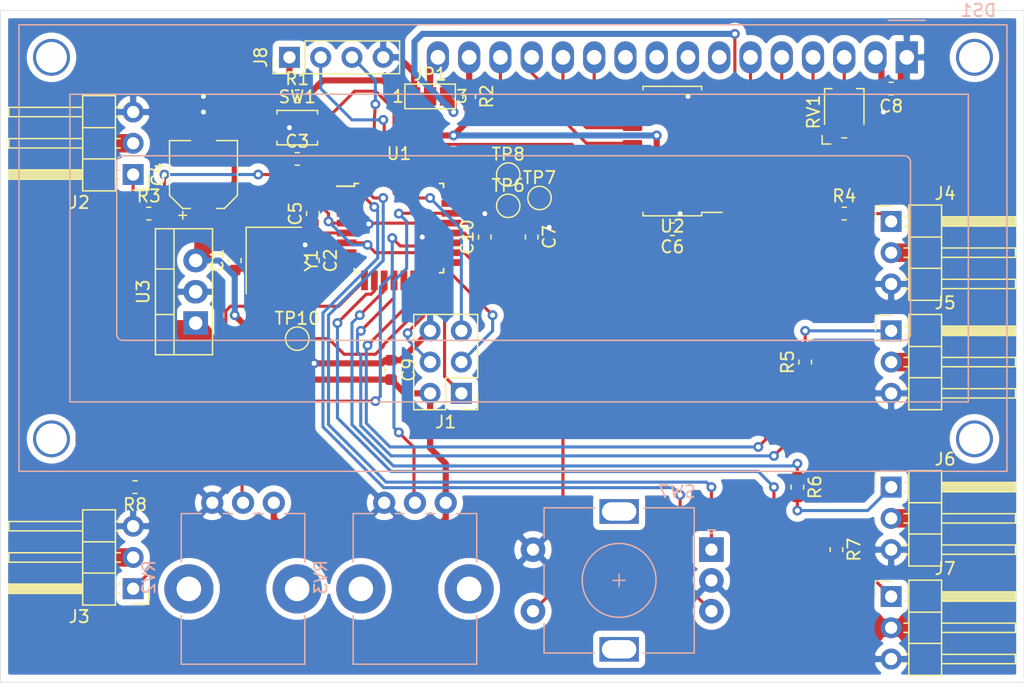
<source format=kicad_pcb>
(kicad_pcb (version 20171130) (host pcbnew "(5.1.8)-1")
  (layers (0 F.Cu signal) (31 B.Cu signal) (34 B.Paste user) (35 F.Paste user) (36 B.SilkS user) (37 F.SilkS user hide) (38 B.Mask user) (39 F.Mask user) (44 Edge.Cuts user))
  (net 0 "")
  (net 1 "Net-(C1-Pad2)")
  (net 2 GND)
  (net 3 "Net-(C2-Pad2)")
  (net 4 VCC)
  (net 5 /Reset)
  (net 6 /MOSI)
  (net 7 /SCK)
  (net 8 /MISO)
  (net 9 /GPB1)
  (net 10 /GPB2)
  (net 11 /GPB3)
  (net 12 /GPB4)
  (net 13 "Net-(DS1-Pad10)")
  (net 14 "Net-(DS1-Pad9)")
  (net 15 "Net-(DS1-Pad8)")
  (net 16 "Net-(DS1-Pad7)")
  (net 17 /GPB5)
  (net 18 /GPB6)
  (net 19 /GPB7)
  (net 20 "Net-(DS1-Pad3)")
  (net 21 /GPB0)
  (net 22 /SCL)
  (net 23 /SDA)
  (net 24 "Net-(RV2-Pad2)")
  (net 25 "Net-(RV3-Pad2)")
  (net 26 /D2)
  (net 27 /D1_TxD)
  (net 28 /D0_RxD)
  (net 29 /A3)
  (net 30 /A2)
  (net 31 /A1)
  (net 32 /A0)
  (net 33 /D10)
  (net 34 /D9)
  (net 35 /D8)
  (net 36 /D7)
  (net 37 /D6)
  (net 38 /D5)
  (net 39 /D4)
  (net 40 /D3)
  (net 41 +VDC)
  (net 42 "Net-(J2-Pad1)")
  (net 43 "Net-(J3-Pad1)")
  (net 44 "Net-(J4-Pad1)")
  (net 45 "Net-(J5-Pad1)")
  (net 46 "Net-(J6-Pad1)")
  (net 47 "Net-(J7-Pad1)")
  (net 48 "Net-(C10-Pad1)")
  (net 49 "Net-(DS1-Pad16)")
  (net 50 "Net-(U2-Pad13)")
  (net 51 "Net-(U2-Pad3)")
  (net 52 "Net-(U2-Pad2)")
  (net 53 "Net-(U2-Pad1)")
  (net 54 "Net-(DS1-Pad15)")
  (module Jumper:SolderJumper-3_P1.3mm_Bridged12_Pad1.0x1.5mm_NumberLabels (layer F.Cu) (at 139.7 78.74)
    (fp_text reference JP1 (at 0 -1.8) (layer F.SilkS))
    (fp_text value Disp_On)
    (fp_text user 1 (at -2.6 0) (layer F.SilkS))
    (fp_text user 3 (at 2.6 0) (layer F.SilkS))
    (fp_poly (pts (xy -0.9 -0.3) (xy -0.4 -0.3) (xy -0.4 0.3) (xy -0.9 0.3)) (layer F.Cu) (width 0))
    (pad 2 smd rect (at 0 0) (size 1 1.5) (layers F.Cu F.Mask) (net 49 "Net-(DS1-Pad16)"))
    (pad 3 smd rect (at 1.3 0) (size 1 1.5) (layers F.Cu F.Mask) (net 11 /GPB3))
    (pad 1 smd rect (at -1.3 0) (size 1 1.5) (layers F.Cu F.Mask) (net 2 GND))
  )
  (module Zielke:RotaryEncoder_Alps_EC11E-Switch_Vertical_H20mm (layer B.Cu) (at 162.56 115.57 180)
    (fp_text reference SW7 (at 2.8 4.7) (layer B.SilkS) (effects (justify mirror)))
    (fp_text value Rotary_Encoder_Switch)
    (pad S1 thru_hole circle (at 14.5 -5 180) (size 2 2) (drill 1) (layers *.Cu *.Mask) (net 29 /A3))
    (pad S2 thru_hole circle (at 14.5 0 180) (size 2 2) (drill 1) (layers *.Cu *.Mask) (net 2 GND))
    (pad MP thru_hole rect (at 7.5 -8.1 180) (size 3.2 2) (drill oval 2.8 1.5) (layers *.Cu *.Mask))
    (pad MP thru_hole rect (at 7.5 3.1 180) (size 3.2 2) (drill oval 2.8 1.5) (layers *.Cu *.Mask))
    (pad B thru_hole circle (at 0 -5 180) (size 2 2) (drill 1) (layers *.Cu *.Mask) (net 40 /D3))
    (pad C thru_hole circle (at 0 -2.5 180) (size 2 2) (drill 1) (layers *.Cu *.Mask) (net 2 GND))
    (pad A thru_hole rect (at 0 0 180) (size 2 2) (drill 1) (layers *.Cu *.Mask) (net 26 /D2))
  )
  (module Display:WC1602A (layer B.Cu) (at 178.435 75.565 180)
    (fp_text reference DS1 (at -5.82 3.81) (layer B.SilkS) (effects (justify mirror)))
    (fp_text value WC1602A)
    (pad "" thru_hole circle (at 69.5 0 180) (size 3 3) (drill 2.5) (layers *.Cu *.Mask))
    (pad "" thru_hole circle (at 69.49948 -31.0007 180) (size 3 3) (drill 2.5) (layers *.Cu *.Mask))
    (pad "" thru_hole circle (at -5.4991 -31.0007 180) (size 3 3) (drill 2.5) (layers *.Cu *.Mask))
    (pad "" thru_hole circle (at -5.4991 0 180) (size 3 3) (drill 2.5) (layers *.Cu *.Mask))
    (pad 16 thru_hole oval (at 38.1 0 180) (size 1.8 2.6) (drill 1.2) (layers *.Cu *.Mask) (net 49 "Net-(DS1-Pad16)"))
    (pad 15 thru_hole oval (at 35.56 0 180) (size 1.8 2.6) (drill 1.2) (layers *.Cu *.Mask) (net 54 "Net-(DS1-Pad15)"))
    (pad 14 thru_hole oval (at 33.02 0 180) (size 1.8 2.6) (drill 1.2) (layers *.Cu *.Mask) (net 19 /GPB7))
    (pad 13 thru_hole oval (at 30.48 0 180) (size 1.8 2.6) (drill 1.2) (layers *.Cu *.Mask) (net 18 /GPB6))
    (pad 12 thru_hole oval (at 27.94 0 180) (size 1.8 2.6) (drill 1.2) (layers *.Cu *.Mask) (net 17 /GPB5))
    (pad 11 thru_hole oval (at 25.4 0 180) (size 1.8 2.6) (drill 1.2) (layers *.Cu *.Mask) (net 12 /GPB4))
    (pad 10 thru_hole oval (at 22.86 0 180) (size 1.8 2.6) (drill 1.2) (layers *.Cu *.Mask) (net 13 "Net-(DS1-Pad10)"))
    (pad 9 thru_hole oval (at 20.32 0 180) (size 1.8 2.6) (drill 1.2) (layers *.Cu *.Mask) (net 14 "Net-(DS1-Pad9)"))
    (pad 8 thru_hole oval (at 17.78 0 180) (size 1.8 2.6) (drill 1.2) (layers *.Cu *.Mask) (net 15 "Net-(DS1-Pad8)"))
    (pad 7 thru_hole oval (at 15.24 0 180) (size 1.8 2.6) (drill 1.2) (layers *.Cu *.Mask) (net 16 "Net-(DS1-Pad7)"))
    (pad 6 thru_hole oval (at 12.7 0 180) (size 1.8 2.6) (drill 1.2) (layers *.Cu *.Mask) (net 10 /GPB2))
    (pad 5 thru_hole oval (at 10.16 0 180) (size 1.8 2.6) (drill 1.2) (layers *.Cu *.Mask) (net 9 /GPB1))
    (pad 4 thru_hole oval (at 7.62 0 180) (size 1.8 2.6) (drill 1.2) (layers *.Cu *.Mask) (net 21 /GPB0))
    (pad 3 thru_hole oval (at 5.08 0 180) (size 1.8 2.6) (drill 1.2) (layers *.Cu *.Mask) (net 20 "Net-(DS1-Pad3)"))
    (pad 2 thru_hole oval (at 2.54 0 180) (size 1.8 2.6) (drill 1.2) (layers *.Cu *.Mask) (net 4 VCC))
    (pad 1 thru_hole rect (at 0 0 180) (size 1.8 2.6) (drill 1.2) (layers *.Cu *.Mask) (net 2 GND))
  )
  (module Package_SO:SOIC-16_4.55x10.3mm_P1.27mm (layer F.Cu) (at 159.385 83.185 180)
    (fp_text reference U2 (at 0 -6.1) (layer F.SilkS))
    (fp_text value PCF8574)
    (pad 16 smd roundrect (at 3.25 -4.445 180) (size 1.6 0.55) (layers F.Cu F.Paste F.Mask) (net 4 VCC))
    (pad 15 smd roundrect (at 3.25 -3.175 180) (size 1.6 0.55) (layers F.Cu F.Paste F.Mask) (net 23 /SDA))
    (pad 14 smd roundrect (at 3.25 -1.905 180) (size 1.6 0.55) (layers F.Cu F.Paste F.Mask) (net 22 /SCL))
    (pad 13 smd roundrect (at 3.25 -0.635 180) (size 1.6 0.55) (layers F.Cu F.Paste F.Mask) (net 50 "Net-(U2-Pad13)"))
    (pad 12 smd roundrect (at 3.25 0.635 180) (size 1.6 0.55) (layers F.Cu F.Paste F.Mask) (net 19 /GPB7))
    (pad 11 smd roundrect (at 3.25 1.905 180) (size 1.6 0.55) (layers F.Cu F.Paste F.Mask) (net 18 /GPB6))
    (pad 10 smd roundrect (at 3.25 3.175 180) (size 1.6 0.55) (layers F.Cu F.Paste F.Mask) (net 17 /GPB5))
    (pad 9 smd roundrect (at 3.25 4.445 180) (size 1.6 0.55) (layers F.Cu F.Paste F.Mask) (net 12 /GPB4))
    (pad 8 smd roundrect (at -3.25 4.445 180) (size 1.6 0.55) (layers F.Cu F.Paste F.Mask) (net 2 GND))
    (pad 7 smd roundrect (at -3.25 3.175 180) (size 1.6 0.55) (layers F.Cu F.Paste F.Mask) (net 11 /GPB3))
    (pad 6 smd roundrect (at -3.25 1.905 180) (size 1.6 0.55) (layers F.Cu F.Paste F.Mask) (net 10 /GPB2))
    (pad 5 smd roundrect (at -3.25 0.635 180) (size 1.6 0.55) (layers F.Cu F.Paste F.Mask) (net 9 /GPB1))
    (pad 4 smd roundrect (at -3.25 -0.635 180) (size 1.6 0.55) (layers F.Cu F.Paste F.Mask) (net 21 /GPB0))
    (pad 3 smd roundrect (at -3.25 -1.905 180) (size 1.6 0.55) (layers F.Cu F.Paste F.Mask) (net 51 "Net-(U2-Pad3)"))
    (pad 2 smd roundrect (at -3.25 -3.175 180) (size 1.6 0.55) (layers F.Cu F.Paste F.Mask) (net 52 "Net-(U2-Pad2)"))
    (pad 1 smd roundrect (at -3.25 -4.445 180) (size 1.6 0.55) (layers F.Cu F.Paste F.Mask) (net 53 "Net-(U2-Pad1)"))
  )
  (module Connector_PinHeader_2.54mm:PinHeader_1x04_P2.54mm_Vertical (layer F.Cu) (at 128.27 75.565 90)
    (fp_text reference J8 (at 0 -2.33 90) (layer F.SilkS))
    (fp_text value Conn_01x04)
    (pad 4 thru_hole oval (at 0 7.62 90) (size 1.7 1.7) (drill 1) (layers *.Cu *.Mask) (net 2 GND))
    (pad 3 thru_hole oval (at 0 5.08 90) (size 1.7 1.7) (drill 1) (layers *.Cu *.Mask) (net 27 /D1_TxD))
    (pad 2 thru_hole oval (at 0 2.54 90) (size 1.7 1.7) (drill 1) (layers *.Cu *.Mask) (net 28 /D0_RxD))
    (pad 1 thru_hole rect (at 0 0 90) (size 1.7 1.7) (drill 1) (layers *.Cu *.Mask) (net 4 VCC))
  )
  (module TestPoint:TestPoint_Pad_D1.5mm (layer F.Cu) (at 128.905 98.425)
    (fp_text reference TP10 (at 0 -1.648) (layer F.SilkS))
    (fp_text value TestPoint)
    (pad 1 smd circle (at 0 0) (size 1.5 1.5) (layers F.Cu F.Mask) (net 33 /D10))
  )
  (module TestPoint:TestPoint_Pad_D1.5mm (layer F.Cu) (at 146.05 85.09)
    (fp_text reference TP8 (at 0 -1.648) (layer F.SilkS))
    (fp_text value TestPoint)
    (pad 1 smd circle (at 0 0) (size 1.5 1.5) (layers F.Cu F.Mask) (net 30 /A2))
  )
  (module TestPoint:TestPoint_Pad_D1.5mm (layer F.Cu) (at 148.59 86.995)
    (fp_text reference TP7 (at 0 -1.648) (layer F.SilkS))
    (fp_text value TestPoint)
    (pad 1 smd circle (at 0 0) (size 1.5 1.5) (layers F.Cu F.Mask) (net 31 /A1))
  )
  (module TestPoint:TestPoint_Pad_D1.5mm (layer F.Cu) (at 146.05 87.63)
    (fp_text reference TP6 (at 0 -1.648) (layer F.SilkS))
    (fp_text value TestPoint)
    (pad 1 smd circle (at 0 0) (size 1.5 1.5) (layers F.Cu F.Mask) (net 32 /A0))
  )
  (module Capacitor_SMD:C_0603_1608Metric (layer F.Cu) (at 144.145 90.17 90)
    (fp_text reference C10 (at 0 -1.43 90) (layer F.SilkS))
    (fp_text value 100n)
    (pad 2 smd roundrect (at 0.7875 0 90) (size 0.875 0.95) (layers F.Cu F.Paste F.Mask) (net 2 GND))
    (pad 1 smd roundrect (at -0.7875 0 90) (size 0.875 0.95) (layers F.Cu F.Paste F.Mask) (net 48 "Net-(C10-Pad1)"))
  )
  (module Resistor_SMD:R_0603_1608Metric (layer F.Cu) (at 115.7225 110.49 180)
    (fp_text reference R8 (at 0 -1.43) (layer F.SilkS))
    (fp_text value 4R7)
    (pad 2 smd roundrect (at 0.7875 0 180) (size 0.875 0.95) (layers F.Cu F.Paste F.Mask) (net 43 "Net-(J3-Pad1)"))
    (pad 1 smd roundrect (at -0.7875 0 180) (size 0.875 0.95) (layers F.Cu F.Paste F.Mask) (net 38 /D5))
  )
  (module Resistor_SMD:R_0603_1608Metric (layer F.Cu) (at 172.72 115.57 270)
    (fp_text reference R7 (at 0 -1.43 90) (layer F.SilkS))
    (fp_text value 4R7)
    (pad 2 smd roundrect (at 0.7875 0 270) (size 0.875 0.95) (layers F.Cu F.Paste F.Mask) (net 47 "Net-(J7-Pad1)"))
    (pad 1 smd roundrect (at -0.7875 0 270) (size 0.875 0.95) (layers F.Cu F.Paste F.Mask) (net 37 /D6))
  )
  (module Resistor_SMD:R_0603_1608Metric (layer F.Cu) (at 169.545 110.49 270)
    (fp_text reference R6 (at 0 -1.43 90) (layer F.SilkS))
    (fp_text value 4R7)
    (pad 2 smd roundrect (at 0.7875 0 270) (size 0.875 0.95) (layers F.Cu F.Paste F.Mask) (net 46 "Net-(J6-Pad1)"))
    (pad 1 smd roundrect (at -0.7875 0 270) (size 0.875 0.95) (layers F.Cu F.Paste F.Mask) (net 36 /D7))
  )
  (module Resistor_SMD:R_0603_1608Metric (layer F.Cu) (at 170.18 100.33 90)
    (fp_text reference R5 (at 0 -1.43 90) (layer F.SilkS))
    (fp_text value 4R7)
    (pad 2 smd roundrect (at 0.7875 0 90) (size 0.875 0.95) (layers F.Cu F.Paste F.Mask) (net 45 "Net-(J5-Pad1)"))
    (pad 1 smd roundrect (at -0.7875 0 90) (size 0.875 0.95) (layers F.Cu F.Paste F.Mask) (net 35 /D8))
  )
  (module Resistor_SMD:R_0603_1608Metric (layer F.Cu) (at 173.355 88.265)
    (fp_text reference R4 (at 0 -1.43) (layer F.SilkS))
    (fp_text value 4R7)
    (pad 2 smd roundrect (at 0.7875 0) (size 0.875 0.95) (layers F.Cu F.Paste F.Mask) (net 44 "Net-(J4-Pad1)"))
    (pad 1 smd roundrect (at -0.7875 0) (size 0.875 0.95) (layers F.Cu F.Paste F.Mask) (net 34 /D9))
  )
  (module Resistor_SMD:R_0603_1608Metric (layer F.Cu) (at 116.84 88.265)
    (fp_text reference R3 (at 0 -1.43) (layer F.SilkS))
    (fp_text value 100R)
    (pad 2 smd roundrect (at 0.7875 0) (size 0.875 0.95) (layers F.Cu F.Paste F.Mask) (net 39 /D4))
    (pad 1 smd roundrect (at -0.7875 0) (size 0.875 0.95) (layers F.Cu F.Paste F.Mask) (net 42 "Net-(J2-Pad1)"))
  )
  (module Package_TO_SOT_THT:TO-220-3_Vertical (layer F.Cu) (at 120.65 97.155 90)
    (fp_text reference U3 (at 2.54 -4.27 90) (layer F.SilkS))
    (fp_text value LM7805_TO220)
    (pad 3 thru_hole oval (at 5.08 0 90) (size 1.905 2) (drill 1.1) (layers *.Cu *.Mask) (net 4 VCC))
    (pad 2 thru_hole oval (at 2.54 0 90) (size 1.905 2) (drill 1.1) (layers *.Cu *.Mask) (net 2 GND))
    (pad 1 thru_hole rect (at 0 0 90) (size 1.905 2) (drill 1.1) (layers *.Cu *.Mask) (net 41 +VDC))
  )
  (module Connector_PinHeader_2.54mm:PinHeader_1x03_P2.54mm_Horizontal (layer F.Cu) (at 177.165 119.38)
    (fp_text reference J7 (at 4.385 -2.27) (layer F.SilkS))
    (fp_text value Conn_01x03)
    (pad 3 thru_hole oval (at 0 5.08) (size 1.7 1.7) (drill 1) (layers *.Cu *.Mask) (net 2 GND))
    (pad 2 thru_hole oval (at 0 2.54) (size 1.7 1.7) (drill 1) (layers *.Cu *.Mask) (net 41 +VDC))
    (pad 1 thru_hole rect (at 0 0) (size 1.7 1.7) (drill 1) (layers *.Cu *.Mask) (net 47 "Net-(J7-Pad1)"))
  )
  (module Connector_PinHeader_2.54mm:PinHeader_1x03_P2.54mm_Horizontal (layer F.Cu) (at 177.165 110.49)
    (fp_text reference J6 (at 4.385 -2.27) (layer F.SilkS))
    (fp_text value Conn_01x03)
    (pad 3 thru_hole oval (at 0 5.08) (size 1.7 1.7) (drill 1) (layers *.Cu *.Mask) (net 2 GND))
    (pad 2 thru_hole oval (at 0 2.54) (size 1.7 1.7) (drill 1) (layers *.Cu *.Mask) (net 41 +VDC))
    (pad 1 thru_hole rect (at 0 0) (size 1.7 1.7) (drill 1) (layers *.Cu *.Mask) (net 46 "Net-(J6-Pad1)"))
  )
  (module Connector_PinHeader_2.54mm:PinHeader_1x03_P2.54mm_Horizontal (layer F.Cu) (at 177.165 97.79)
    (fp_text reference J5 (at 4.385 -2.27) (layer F.SilkS))
    (fp_text value Conn_01x03)
    (pad 3 thru_hole oval (at 0 5.08) (size 1.7 1.7) (drill 1) (layers *.Cu *.Mask) (net 2 GND))
    (pad 2 thru_hole oval (at 0 2.54) (size 1.7 1.7) (drill 1) (layers *.Cu *.Mask) (net 41 +VDC))
    (pad 1 thru_hole rect (at 0 0) (size 1.7 1.7) (drill 1) (layers *.Cu *.Mask) (net 45 "Net-(J5-Pad1)"))
  )
  (module Connector_PinHeader_2.54mm:PinHeader_1x03_P2.54mm_Horizontal (layer F.Cu) (at 177.165 88.9)
    (fp_text reference J4 (at 4.385 -2.27) (layer F.SilkS))
    (fp_text value Conn_01x03)
    (pad 3 thru_hole oval (at 0 5.08) (size 1.7 1.7) (drill 1) (layers *.Cu *.Mask) (net 2 GND))
    (pad 2 thru_hole oval (at 0 2.54) (size 1.7 1.7) (drill 1) (layers *.Cu *.Mask) (net 41 +VDC))
    (pad 1 thru_hole rect (at 0 0) (size 1.7 1.7) (drill 1) (layers *.Cu *.Mask) (net 44 "Net-(J4-Pad1)"))
  )
  (module Connector_PinHeader_2.54mm:PinHeader_1x03_P2.54mm_Horizontal (layer F.Cu) (at 115.57 118.745 180)
    (fp_text reference J3 (at 4.385 -2.27) (layer F.SilkS))
    (fp_text value Conn_01x03)
    (pad 3 thru_hole oval (at 0 5.08 180) (size 1.7 1.7) (drill 1) (layers *.Cu *.Mask) (net 2 GND))
    (pad 2 thru_hole oval (at 0 2.54 180) (size 1.7 1.7) (drill 1) (layers *.Cu *.Mask) (net 41 +VDC))
    (pad 1 thru_hole rect (at 0 0 180) (size 1.7 1.7) (drill 1) (layers *.Cu *.Mask) (net 43 "Net-(J3-Pad1)"))
  )
  (module Connector_PinHeader_2.54mm:PinHeader_1x03_P2.54mm_Horizontal (layer F.Cu) (at 115.57 85.09 180)
    (fp_text reference J2 (at 4.385 -2.27) (layer F.SilkS))
    (fp_text value Conn_01x03)
    (pad 3 thru_hole oval (at 0 5.08 180) (size 1.7 1.7) (drill 1) (layers *.Cu *.Mask) (net 2 GND))
    (pad 2 thru_hole oval (at 0 2.54 180) (size 1.7 1.7) (drill 1) (layers *.Cu *.Mask) (net 41 +VDC))
    (pad 1 thru_hole rect (at 0 0 180) (size 1.7 1.7) (drill 1) (layers *.Cu *.Mask) (net 42 "Net-(J2-Pad1)"))
  )
  (module Potentiometer_THT:Potentiometer_Alps_RK09K_Single_Vertical (layer B.Cu) (at 140.97 111.76 270)
    (fp_text reference RV3 (at 6.05 10.15 270) (layer B.SilkS) (effects (justify mirror)))
    (fp_text value 9K)
    (pad "" np_thru_hole circle (at 7 -1.9 270) (size 4 4) (drill 2) (layers *.Cu *.Mask))
    (pad "" np_thru_hole circle (at 7 6.9 270) (size 4 4) (drill 2) (layers *.Cu *.Mask))
    (pad 1 thru_hole circle (at 0 0 270) (size 1.8 1.8) (drill 1) (layers *.Cu *.Mask) (net 4 VCC))
    (pad 2 thru_hole circle (at 0 2.5 270) (size 1.8 1.8) (drill 1) (layers *.Cu *.Mask) (net 25 "Net-(RV3-Pad2)"))
    (pad 3 thru_hole circle (at 0 5 270) (size 1.8 1.8) (drill 1) (layers *.Cu *.Mask) (net 2 GND))
  )
  (module Potentiometer_THT:Potentiometer_Alps_RK09K_Single_Vertical (layer B.Cu) (at 127 111.76 270)
    (fp_text reference RV2 (at 6.05 10.15 270) (layer B.SilkS) (effects (justify mirror)))
    (fp_text value 9K)
    (pad "" np_thru_hole circle (at 7 -1.9 270) (size 4 4) (drill 2) (layers *.Cu *.Mask))
    (pad "" np_thru_hole circle (at 7 6.9 270) (size 4 4) (drill 2) (layers *.Cu *.Mask))
    (pad 1 thru_hole circle (at 0 0 270) (size 1.8 1.8) (drill 1) (layers *.Cu *.Mask) (net 4 VCC))
    (pad 2 thru_hole circle (at 0 2.5 270) (size 1.8 1.8) (drill 1) (layers *.Cu *.Mask) (net 24 "Net-(RV2-Pad2)"))
    (pad 3 thru_hole circle (at 0 5 270) (size 1.8 1.8) (drill 1) (layers *.Cu *.Mask) (net 2 GND))
  )
  (module Capacitor_SMD:C_0603_1608Metric (layer F.Cu) (at 136.525 100.965 270)
    (fp_text reference C9 (at 0 -1.43 90) (layer F.SilkS))
    (fp_text value 100n)
    (pad 2 smd roundrect (at 0.7875 0 270) (size 0.875 0.95) (layers F.Cu F.Paste F.Mask) (net 4 VCC))
    (pad 1 smd roundrect (at -0.7875 0 270) (size 0.875 0.95) (layers F.Cu F.Paste F.Mask) (net 2 GND))
  )
  (module Capacitor_SMD:C_0603_1608Metric (layer F.Cu) (at 177.165 78.105 180)
    (fp_text reference C8 (at 0 -1.43) (layer F.SilkS))
    (fp_text value 100n)
    (pad 2 smd roundrect (at 0.7875 0 180) (size 0.875 0.95) (layers F.Cu F.Paste F.Mask) (net 4 VCC))
    (pad 1 smd roundrect (at -0.7875 0 180) (size 0.875 0.95) (layers F.Cu F.Paste F.Mask) (net 2 GND))
  )
  (module Capacitor_SMD:C_0603_1608Metric (layer F.Cu) (at 147.955 90.17 270)
    (fp_text reference C7 (at 0 -1.43 90) (layer F.SilkS))
    (fp_text value 100n)
    (pad 2 smd roundrect (at 0.7875 0 270) (size 0.875 0.95) (layers F.Cu F.Paste F.Mask) (net 4 VCC))
    (pad 1 smd roundrect (at -0.7875 0 270) (size 0.875 0.95) (layers F.Cu F.Paste F.Mask) (net 2 GND))
  )
  (module Capacitor_SMD:C_0603_1608Metric (layer F.Cu) (at 159.385 89.535 180)
    (fp_text reference C6 (at 0 -1.43) (layer F.SilkS))
    (fp_text value 100n)
    (pad 2 smd roundrect (at 0.7875 0 180) (size 0.875 0.95) (layers F.Cu F.Paste F.Mask) (net 4 VCC))
    (pad 1 smd roundrect (at -0.7875 0 180) (size 0.875 0.95) (layers F.Cu F.Paste F.Mask) (net 2 GND))
  )
  (module Capacitor_SMD:C_0603_1608Metric (layer F.Cu) (at 130.175 88.265 90)
    (fp_text reference C5 (at 0 -1.43 90) (layer F.SilkS))
    (fp_text value 100n)
    (pad 2 smd roundrect (at 0.7875 0 90) (size 0.875 0.95) (layers F.Cu F.Paste F.Mask) (net 4 VCC))
    (pad 1 smd roundrect (at -0.7875 0 90) (size 0.875 0.95) (layers F.Cu F.Paste F.Mask) (net 2 GND))
  )
  (module Capacitor_SMD:CP_Elec_5x4.5 (layer F.Cu) (at 121.285 85.09 90)
    (fp_text reference C4 (at 0 -3.7 90) (layer F.SilkS))
    (fp_text value 47uF)
    (pad 2 smd roundrect (at 2.2 0 90) (size 3 1.6) (layers F.Cu F.Paste F.Mask) (roundrect_rratio 0.15625) (net 2 GND))
    (pad 1 smd roundrect (at -2.2 0 90) (size 3 1.6) (layers F.Cu F.Paste F.Mask) (roundrect_rratio 0.15625) (net 4 VCC))
  )
  (module Potentiometer_SMD:Potentiometer_Bourns_TC33X_Vertical (layer F.Cu) (at 173.355 80.01 90)
    (fp_text reference RV1 (at 0 -2.5 90) (layer F.SilkS))
    (fp_text value R_POT_TRIM)
    (pad 2 smd rect (at 1.45 0 90) (size 1.5 1.6) (layers F.Cu F.Paste F.Mask) (net 20 "Net-(DS1-Pad3)"))
    (pad 3 smd rect (at -1.8 1 90) (size 1.2 1.2) (layers F.Cu F.Paste F.Mask) (net 2 GND))
    (pad 1 smd rect (at -1.8 -1 90) (size 1.2 1.2) (layers F.Cu F.Paste F.Mask) (net 4 VCC))
  )
  (module Resistor_SMD:R_0603_1608Metric (layer F.Cu) (at 142.875 78.74 270)
    (fp_text reference R2 (at 0 -1.43 90) (layer F.SilkS))
    (fp_text value 220)
    (pad 2 smd roundrect (at 0.7875 0 270) (size 0.875 0.95) (layers F.Cu F.Paste F.Mask) (net 4 VCC))
    (pad 1 smd roundrect (at -0.7875 0 270) (size 0.875 0.95) (layers F.Cu F.Paste F.Mask) (net 54 "Net-(DS1-Pad15)"))
  )
  (module Crystal:Crystal_SMD_3225-4Pin_3.2x2.5mm_HandSoldering (layer F.Cu) (at 127 92.075 270)
    (fp_text reference Y1 (at 0 -3.05 90) (layer F.SilkS))
    (fp_text value 16MHz)
    (pad 4 smd rect (at -1.45 -1.15 270) (size 2.1 1.8) (layers F.Cu F.Paste F.Mask) (net 2 GND))
    (pad 3 smd rect (at 1.45 -1.15 270) (size 2.1 1.8) (layers F.Cu F.Paste F.Mask) (net 3 "Net-(C2-Pad2)"))
    (pad 2 smd rect (at 1.45 1.15 270) (size 2.1 1.8) (layers F.Cu F.Paste F.Mask) (net 2 GND))
    (pad 1 smd rect (at -1.45 1.15 270) (size 2.1 1.8) (layers F.Cu F.Paste F.Mask) (net 1 "Net-(C1-Pad2)"))
  )
  (module Package_QFP:TQFP-32_7x7mm_P0.8mm (layer F.Cu) (at 137.17 89.44)
    (fp_text reference U1 (at 0 -6.05) (layer F.SilkS))
    (fp_text value ATmega328P-AU)
    (pad 32 smd rect (at -2.8 -4.25 90) (size 1.6 0.55) (layers F.Cu F.Paste F.Mask) (net 26 /D2))
    (pad 31 smd rect (at -2 -4.25 90) (size 1.6 0.55) (layers F.Cu F.Paste F.Mask) (net 27 /D1_TxD))
    (pad 30 smd rect (at -1.2 -4.25 90) (size 1.6 0.55) (layers F.Cu F.Paste F.Mask) (net 28 /D0_RxD))
    (pad 29 smd rect (at -0.4 -4.25 90) (size 1.6 0.55) (layers F.Cu F.Paste F.Mask) (net 5 /Reset))
    (pad 28 smd rect (at 0.4 -4.25 90) (size 1.6 0.55) (layers F.Cu F.Paste F.Mask) (net 22 /SCL))
    (pad 27 smd rect (at 1.2 -4.25 90) (size 1.6 0.55) (layers F.Cu F.Paste F.Mask) (net 23 /SDA))
    (pad 26 smd rect (at 2 -4.25 90) (size 1.6 0.55) (layers F.Cu F.Paste F.Mask) (net 29 /A3))
    (pad 25 smd rect (at 2.8 -4.25 90) (size 1.6 0.55) (layers F.Cu F.Paste F.Mask) (net 30 /A2))
    (pad 24 smd rect (at 4.25 -2.8) (size 1.6 0.55) (layers F.Cu F.Paste F.Mask) (net 31 /A1))
    (pad 23 smd rect (at 4.25 -2) (size 1.6 0.55) (layers F.Cu F.Paste F.Mask) (net 32 /A0))
    (pad 22 smd rect (at 4.25 -1.2) (size 1.6 0.55) (layers F.Cu F.Paste F.Mask) (net 25 "Net-(RV3-Pad2)"))
    (pad 21 smd rect (at 4.25 -0.4) (size 1.6 0.55) (layers F.Cu F.Paste F.Mask) (net 2 GND))
    (pad 20 smd rect (at 4.25 0.4) (size 1.6 0.55) (layers F.Cu F.Paste F.Mask) (net 48 "Net-(C10-Pad1)"))
    (pad 19 smd rect (at 4.25 1.2) (size 1.6 0.55) (layers F.Cu F.Paste F.Mask) (net 24 "Net-(RV2-Pad2)"))
    (pad 18 smd rect (at 4.25 2) (size 1.6 0.55) (layers F.Cu F.Paste F.Mask) (net 4 VCC))
    (pad 17 smd rect (at 4.25 2.8) (size 1.6 0.55) (layers F.Cu F.Paste F.Mask) (net 7 /SCK))
    (pad 16 smd rect (at 2.8 4.25 90) (size 1.6 0.55) (layers F.Cu F.Paste F.Mask) (net 8 /MISO))
    (pad 15 smd rect (at 2 4.25 90) (size 1.6 0.55) (layers F.Cu F.Paste F.Mask) (net 6 /MOSI))
    (pad 14 smd rect (at 1.2 4.25 90) (size 1.6 0.55) (layers F.Cu F.Paste F.Mask) (net 33 /D10))
    (pad 13 smd rect (at 0.4 4.25 90) (size 1.6 0.55) (layers F.Cu F.Paste F.Mask) (net 34 /D9))
    (pad 12 smd rect (at -0.4 4.25 90) (size 1.6 0.55) (layers F.Cu F.Paste F.Mask) (net 35 /D8))
    (pad 11 smd rect (at -1.2 4.25 90) (size 1.6 0.55) (layers F.Cu F.Paste F.Mask) (net 36 /D7))
    (pad 10 smd rect (at -2 4.25 90) (size 1.6 0.55) (layers F.Cu F.Paste F.Mask) (net 37 /D6))
    (pad 9 smd rect (at -2.8 4.25 90) (size 1.6 0.55) (layers F.Cu F.Paste F.Mask) (net 38 /D5))
    (pad 8 smd rect (at -4.25 2.8) (size 1.6 0.55) (layers F.Cu F.Paste F.Mask) (net 3 "Net-(C2-Pad2)"))
    (pad 7 smd rect (at -4.25 2) (size 1.6 0.55) (layers F.Cu F.Paste F.Mask) (net 1 "Net-(C1-Pad2)"))
    (pad 6 smd rect (at -4.25 1.2) (size 1.6 0.55) (layers F.Cu F.Paste F.Mask) (net 4 VCC))
    (pad 5 smd rect (at -4.25 0.4) (size 1.6 0.55) (layers F.Cu F.Paste F.Mask) (net 2 GND))
    (pad 4 smd rect (at -4.25 -0.4) (size 1.6 0.55) (layers F.Cu F.Paste F.Mask) (net 4 VCC))
    (pad 3 smd rect (at -4.25 -1.2) (size 1.6 0.55) (layers F.Cu F.Paste F.Mask) (net 2 GND))
    (pad 2 smd rect (at -4.25 -2) (size 1.6 0.55) (layers F.Cu F.Paste F.Mask) (net 39 /D4))
    (pad 1 smd rect (at -4.25 -2.8) (size 1.6 0.55) (layers F.Cu F.Paste F.Mask) (net 40 /D3))
  )
  (module Button_Switch_SMD:SW_SPST_B3U-1000P (layer F.Cu) (at 128.905 81.28)
    (fp_text reference SW1 (at 0 -2.5) (layer F.SilkS))
    (fp_text value SW_Push)
    (pad 2 smd rect (at 1.7 0) (size 0.9 1.7) (layers F.Cu F.Paste F.Mask) (net 5 /Reset))
    (pad 1 smd rect (at -1.7 0) (size 0.9 1.7) (layers F.Cu F.Paste F.Mask) (net 2 GND))
  )
  (module Resistor_SMD:R_0603_1608Metric (layer F.Cu) (at 128.905 78.74)
    (fp_text reference R1 (at 0 -1.43) (layer F.SilkS))
    (fp_text value 10K)
    (pad 2 smd roundrect (at 0.7875 0) (size 0.875 0.95) (layers F.Cu F.Paste F.Mask) (net 4 VCC))
    (pad 1 smd roundrect (at -0.7875 0) (size 0.875 0.95) (layers F.Cu F.Paste F.Mask) (net 5 /Reset))
  )
  (module Connector_PinHeader_2.54mm:PinHeader_2x03_P2.54mm_Vertical (layer F.Cu) (at 142.24 102.87 180)
    (fp_text reference J1 (at 1.27 -2.33) (layer F.SilkS))
    (fp_text value Conn_02x03_Odd_Even)
    (pad 6 thru_hole oval (at 2.54 5.08 180) (size 1.7 1.7) (drill 1) (layers *.Cu *.Mask) (net 2 GND))
    (pad 5 thru_hole oval (at 0 5.08 180) (size 1.7 1.7) (drill 1) (layers *.Cu *.Mask) (net 5 /Reset))
    (pad 4 thru_hole oval (at 2.54 2.54 180) (size 1.7 1.7) (drill 1) (layers *.Cu *.Mask) (net 6 /MOSI))
    (pad 3 thru_hole oval (at 0 2.54 180) (size 1.7 1.7) (drill 1) (layers *.Cu *.Mask) (net 7 /SCK))
    (pad 2 thru_hole oval (at 2.54 0 180) (size 1.7 1.7) (drill 1) (layers *.Cu *.Mask) (net 4 VCC))
    (pad 1 thru_hole rect (at 0 0 180) (size 1.7 1.7) (drill 1) (layers *.Cu *.Mask) (net 8 /MISO))
  )
  (module Capacitor_SMD:C_0603_1608Metric (layer F.Cu) (at 128.905 83.82)
    (fp_text reference C3 (at 0 -1.43) (layer F.SilkS))
    (fp_text value 100n)
    (pad 2 smd roundrect (at 0.7875 0) (size 0.875 0.95) (layers F.Cu F.Paste F.Mask) (net 5 /Reset))
    (pad 1 smd roundrect (at -0.7875 0) (size 0.875 0.95) (layers F.Cu F.Paste F.Mask) (net 2 GND))
  )
  (module Capacitor_SMD:C_0603_1608Metric (layer F.Cu) (at 130.175 92.075 270)
    (fp_text reference C2 (at 0 -1.43 90) (layer F.SilkS))
    (fp_text value 10p)
    (pad 2 smd roundrect (at 0.7875 0 270) (size 0.875 0.95) (layers F.Cu F.Paste F.Mask) (net 3 "Net-(C2-Pad2)"))
    (pad 1 smd roundrect (at -0.7875 0 270) (size 0.875 0.95) (layers F.Cu F.Paste F.Mask) (net 2 GND))
  )
  (module Capacitor_SMD:C_0603_1608Metric (layer F.Cu) (at 123.825 92.075 90)
    (fp_text reference C1 (at 0 -1.43 90) (layer F.SilkS))
    (fp_text value 10p)
    (pad 2 smd roundrect (at 0.7875 0 90) (size 0.875 0.95) (layers F.Cu F.Paste F.Mask) (net 1 "Net-(C1-Pad2)"))
    (pad 1 smd roundrect (at -0.7875 0 90) (size 0.875 0.95) (layers F.Cu F.Paste F.Mask) (net 2 GND))
  )
  (gr_line (start 104.775 126.365) (end 104.775 71.755) (layer Edge.Cuts) (width 0.05))
  (gr_line (start 187.96 126.365) (end 104.775 126.365) (layer Edge.Cuts) (width 0.05))
  (gr_line (start 187.96 71.755) (end 187.96 126.365) (layer Edge.Cuts) (width 0.05))
  (gr_line (start 104.775 71.755) (end 187.96 71.755) (layer Edge.Cuts) (width 0.05))
  (segment (start 125.1875 91.2875) (end 125.85 90.625) (width 0.25) (layer F.Cu) (net 1))
  (segment (start 123.825 91.2875) (end 125.1875 91.2875) (width 0.25) (layer F.Cu) (net 1))
  (segment (start 131.87 91.44) (end 130.24501 89.81501) (width 0.25) (layer F.Cu) (net 1))
  (segment (start 129.693516 89.81501) (end 129.37499 89.496484) (width 0.25) (layer F.Cu) (net 1))
  (segment (start 129.37499 89.496484) (end 129.37499 89.36999) (width 0.25) (layer F.Cu) (net 1))
  (segment (start 132.92 91.44) (end 131.87 91.44) (width 0.25) (layer F.Cu) (net 1))
  (segment (start 129.37499 89.36999) (end 128.905 88.9) (width 0.25) (layer F.Cu) (net 1))
  (segment (start 130.24501 89.81501) (end 129.693516 89.81501) (width 0.25) (layer F.Cu) (net 1))
  (segment (start 128.905 88.9) (end 126.275 88.9) (width 0.25) (layer F.Cu) (net 1))
  (segment (start 126.275 88.9) (end 125.85 89.325) (width 0.25) (layer F.Cu) (net 1))
  (segment (start 125.85 89.325) (end 125.85 90.625) (width 0.25) (layer F.Cu) (net 1))
  (segment (start 125.1875 92.8625) (end 125.85 93.525) (width 0.25) (layer F.Cu) (net 2))
  (segment (start 123.825 92.8625) (end 125.1875 92.8625) (width 0.25) (layer F.Cu) (net 2))
  (segment (start 129.5125 90.625) (end 130.175 91.2875) (width 0.25) (layer F.Cu) (net 2))
  (segment (start 128.15 90.625) (end 129.5125 90.625) (width 0.25) (layer F.Cu) (net 2))
  (via (at 129.54 90.805) (size 0.8) (drill 0.4) (layers F.Cu B.Cu) (net 2))
  (segment (start 129.5125 90.7775) (end 129.54 90.805) (width 0.25) (layer F.Cu) (net 2))
  (segment (start 129.5125 90.625) (end 129.5125 90.7775) (width 0.25) (layer F.Cu) (net 2))
  (segment (start 134.045001 88.315001) (end 133.97 88.24) (width 0.25) (layer F.Cu) (net 2))
  (segment (start 133.97 88.24) (end 132.92 88.24) (width 0.25) (layer F.Cu) (net 2))
  (segment (start 133.97 89.84) (end 134.045001 89.764999) (width 0.25) (layer F.Cu) (net 2))
  (segment (start 132.92 89.84) (end 133.97 89.84) (width 0.25) (layer F.Cu) (net 2))
  (segment (start 125.85 93.075) (end 125.85 93.525) (width 0.25) (layer F.Cu) (net 2))
  (segment (start 128.15 90.775) (end 125.85 93.075) (width 0.25) (layer F.Cu) (net 2))
  (segment (start 128.15 90.625) (end 128.15 90.775) (width 0.25) (layer F.Cu) (net 2))
  (segment (start 134.045001 88.960001) (end 134.045001 88.315001) (width 0.25) (layer F.Cu) (net 2))
  (segment (start 134.045001 89.764999) (end 134.045001 88.960001) (width 0.25) (layer F.Cu) (net 2))
  (via (at 121.285 80.01) (size 0.8) (drill 0.4) (layers F.Cu B.Cu) (net 2))
  (segment (start 121.285 82.89) (end 121.285 80.01) (width 1.5) (layer F.Cu) (net 2))
  (via (at 121.285 78.74) (size 0.8) (drill 0.4) (layers F.Cu B.Cu) (net 2))
  (segment (start 121.285 78.74) (end 121.285 80.01) (width 1.5) (layer F.Cu) (net 2))
  (segment (start 177.9525 78.105) (end 177.9525 78.2125) (width 0.25) (layer F.Cu) (net 2))
  (via (at 176.53 80.01) (size 0.8) (drill 0.4) (layers F.Cu B.Cu) (net 2))
  (segment (start 176.3425 79.8225) (end 176.53 80.01) (width 0.25) (layer F.Cu) (net 2))
  (segment (start 177.9525 78.2125) (end 176.3425 79.8225) (width 0.25) (layer F.Cu) (net 2))
  (segment (start 176.3425 79.8225) (end 174.355 81.81) (width 0.25) (layer F.Cu) (net 2))
  (via (at 128.27 81.28) (size 0.8) (drill 0.4) (layers F.Cu B.Cu) (net 2))
  (segment (start 127.205 81.28) (end 128.27 81.28) (width 0.25) (layer F.Cu) (net 2))
  (segment (start 128.1175 81.4325) (end 128.27 81.28) (width 0.25) (layer F.Cu) (net 2))
  (segment (start 128.1175 83.82) (end 128.1175 81.4325) (width 0.25) (layer F.Cu) (net 2))
  (segment (start 143.8025 89.04) (end 144.145 89.3825) (width 0.25) (layer F.Cu) (net 2))
  (segment (start 141.42 89.04) (end 143.8025 89.04) (width 0.25) (layer F.Cu) (net 2))
  (via (at 144.145 88.265) (size 0.8) (drill 0.4) (layers F.Cu B.Cu) (net 2))
  (segment (start 144.145 89.3825) (end 144.145 88.265) (width 0.25) (layer F.Cu) (net 2))
  (via (at 139.065 90.17) (size 0.8) (drill 0.4) (layers F.Cu B.Cu) (net 2))
  (segment (start 140.195 89.04) (end 139.065 90.17) (width 0.25) (layer F.Cu) (net 2))
  (segment (start 141.42 89.04) (end 140.195 89.04) (width 0.25) (layer F.Cu) (net 2))
  (segment (start 130.9625 89.84) (end 130.175 89.0525) (width 0.25) (layer F.Cu) (net 2))
  (segment (start 132.92 89.84) (end 130.9625 89.84) (width 0.25) (layer F.Cu) (net 2))
  (segment (start 174.355 81.81) (end 174.355 81.7025) (width 0.5) (layer F.Cu) (net 2))
  (segment (start 177.9525 76.0475) (end 178.435 75.565) (width 0.5) (layer F.Cu) (net 2))
  (segment (start 177.9525 78.105) (end 177.9525 76.0475) (width 0.5) (layer F.Cu) (net 2))
  (segment (start 176.53 80.01) (end 176.28875 79.76875) (width 0.5) (layer F.Cu) (net 2))
  (segment (start 176.28875 79.76875) (end 177.9525 78.105) (width 0.5) (layer F.Cu) (net 2))
  (segment (start 174.355 81.7025) (end 176.28875 79.76875) (width 0.5) (layer F.Cu) (net 2))
  (segment (start 126.365 111.76) (end 127 112.395) (width 0.25) (layer F.Cu) (net 4))
  (segment (start 139.7 97.79) (end 137.3125 100.1775) (width 0.5) (layer F.Cu) (net 2))
  (segment (start 137.3125 100.1775) (end 136.525 100.1775) (width 0.5) (layer F.Cu) (net 2))
  (via (at 149.3775 89.3825) (size 0.8) (drill 0.4) (layers F.Cu B.Cu) (net 2))
  (segment (start 147.955 89.3825) (end 149.3775 89.3825) (width 0.25) (layer F.Cu) (net 2))
  (segment (start 144.145 89.3825) (end 149.3775 89.3825) (width 0.25) (layer F.Cu) (net 2))
  (via (at 160.655 78.74) (size 0.8) (drill 0.4) (layers F.Cu B.Cu) (net 2))
  (segment (start 162.635 78.74) (end 160.655 78.74) (width 0.5) (layer F.Cu) (net 2))
  (via (at 160.02 88.265) (size 0.8) (drill 0.4) (layers F.Cu B.Cu) (net 2))
  (segment (start 160.1725 88.4175) (end 160.02 88.265) (width 0.5) (layer F.Cu) (net 2))
  (segment (start 160.1725 89.535) (end 160.1725 88.4175) (width 0.5) (layer F.Cu) (net 2))
  (segment (start 141.42 89.04) (end 135.115 89.04) (width 0.25) (layer F.Cu) (net 2))
  (segment (start 134.189412 89.104412) (end 134.714979 89.104412) (width 0.25) (layer F.Cu) (net 2))
  (segment (start 135.050588 89.104412) (end 134.714979 89.104412) (width 0.25) (layer F.Cu) (net 2))
  (segment (start 134.045001 88.960001) (end 134.189412 89.104412) (width 0.25) (layer F.Cu) (net 2))
  (segment (start 135.115 89.04) (end 135.050588 89.104412) (width 0.25) (layer F.Cu) (net 2))
  (via (at 134.714979 89.104412) (size 0.8) (drill 0.4) (layers F.Cu B.Cu) (net 2))
  (segment (start 136.525 100.1775) (end 136.05 100.1775) (width 0.5) (layer F.Cu) (net 2))
  (via (at 130.269979 100.432576) (size 0.8) (drill 0.4) (layers F.Cu B.Cu) (net 2))
  (segment (start 136.05 100.1775) (end 135.794924 100.432576) (width 0.5) (layer F.Cu) (net 2))
  (segment (start 135.794924 100.432576) (end 130.269979 100.432576) (width 0.5) (layer F.Cu) (net 2))
  (segment (start 135.89 75.565) (end 137.16 75.565) (width 0.5) (layer F.Cu) (net 2))
  (segment (start 138.4 76.805) (end 138.4 78.74) (width 0.5) (layer F.Cu) (net 2))
  (segment (start 137.16 75.565) (end 138.4 76.805) (width 0.5) (layer F.Cu) (net 2))
  (segment (start 130.7975 92.24) (end 130.175 92.8625) (width 0.25) (layer F.Cu) (net 3))
  (segment (start 132.92 92.24) (end 130.7975 92.24) (width 0.25) (layer F.Cu) (net 3))
  (segment (start 128.8125 92.8625) (end 128.15 93.525) (width 0.25) (layer F.Cu) (net 3))
  (segment (start 130.175 92.8625) (end 128.8125 92.8625) (width 0.25) (layer F.Cu) (net 3))
  (via (at 131.445 88.9) (size 0.8) (drill 0.4) (layers F.Cu B.Cu) (net 4))
  (segment (start 134.455 90.64) (end 134.62 90.805) (width 0.25) (layer F.Cu) (net 4))
  (via (at 134.62 90.805) (size 0.8) (drill 0.4) (layers F.Cu B.Cu) (net 4))
  (segment (start 132.92 90.64) (end 134.455 90.64) (width 0.25) (layer F.Cu) (net 4))
  (segment (start 135.255 91.44) (end 141.42 91.44) (width 0.25) (layer F.Cu) (net 4))
  (segment (start 134.62 90.805) (end 135.255 91.44) (width 0.25) (layer F.Cu) (net 4))
  (segment (start 137.6425 102.87) (end 136.525 101.7525) (width 0.5) (layer F.Cu) (net 4))
  (segment (start 121.285 91.44) (end 120.65 92.075) (width 1.5) (layer F.Cu) (net 4))
  (segment (start 121.285 87.29) (end 121.285 91.44) (width 1.5) (layer F.Cu) (net 4))
  (segment (start 121.285 87.29) (end 122.895 87.29) (width 0.25) (layer F.Cu) (net 4))
  (via (at 123.825 96.52) (size 0.8) (drill 0.4) (layers F.Cu B.Cu) (net 4))
  (segment (start 123.825 96.52) (end 123.825 93.345) (width 0.5) (layer B.Cu) (net 4))
  (segment (start 122.555 92.075) (end 120.65 92.075) (width 0.5) (layer B.Cu) (net 4))
  (segment (start 123.825 93.345) (end 122.555 92.075) (width 0.5) (layer B.Cu) (net 4))
  (segment (start 136.525 101.7525) (end 129.0575 101.7525) (width 0.5) (layer F.Cu) (net 4))
  (segment (start 129.0575 101.7525) (end 123.825 96.52) (width 0.5) (layer F.Cu) (net 4))
  (segment (start 131.585 89.04) (end 131.445 88.9) (width 0.25) (layer F.Cu) (net 4))
  (segment (start 132.92 89.04) (end 131.585 89.04) (width 0.25) (layer F.Cu) (net 4))
  (segment (start 131.445 88.9) (end 131.445 88.265) (width 0.25) (layer F.Cu) (net 4))
  (segment (start 130.6575 87.4775) (end 130.175 87.4775) (width 0.25) (layer F.Cu) (net 4))
  (segment (start 131.445 88.265) (end 130.6575 87.4775) (width 0.25) (layer F.Cu) (net 4))
  (segment (start 123.0825 87.4775) (end 122.895 87.29) (width 0.25) (layer F.Cu) (net 4))
  (segment (start 130.175 87.4775) (end 123.0825 87.4775) (width 0.25) (layer F.Cu) (net 4))
  (segment (start 133.35 90.805) (end 131.445 88.9) (width 0.25) (layer B.Cu) (net 4))
  (segment (start 134.62 90.805) (end 133.35 90.805) (width 0.25) (layer B.Cu) (net 4))
  (via (at 141.605 81.915) (size 0.8) (drill 0.4) (layers F.Cu B.Cu) (net 4))
  (segment (start 121.4725 87.4775) (end 121.285 87.29) (width 0.5) (layer F.Cu) (net 4))
  (segment (start 130.175 87.4775) (end 121.4725 87.4775) (width 0.5) (layer F.Cu) (net 4))
  (segment (start 123.0825 87.4775) (end 123.0825 86.4675) (width 0.5) (layer F.Cu) (net 4))
  (segment (start 123.0825 86.4675) (end 123.825 85.725) (width 0.5) (layer F.Cu) (net 4))
  (segment (start 123.825 85.725) (end 123.825 78.74) (width 0.5) (layer F.Cu) (net 4))
  (segment (start 123.825 78.74) (end 125.095 77.47) (width 0.5) (layer F.Cu) (net 4))
  (segment (start 128.4225 77.47) (end 129.6925 78.74) (width 0.5) (layer F.Cu) (net 4))
  (segment (start 125.095 77.47) (end 128.4225 77.47) (width 0.5) (layer F.Cu) (net 4))
  (segment (start 141.605 81.915) (end 155.575 81.915) (width 0.5) (layer B.Cu) (net 4))
  (segment (start 176.06 78.105) (end 176.3775 78.105) (width 0.5) (layer F.Cu) (net 4))
  (segment (start 172.355 81.81) (end 176.06 78.105) (width 0.5) (layer F.Cu) (net 4))
  (segment (start 176.3775 76.0475) (end 175.895 75.565) (width 0.5) (layer F.Cu) (net 4))
  (segment (start 176.3775 78.105) (end 176.3775 76.0475) (width 0.5) (layer F.Cu) (net 4))
  (segment (start 128.27 77.3175) (end 128.4225 77.47) (width 0.5) (layer F.Cu) (net 4))
  (segment (start 128.27 75.565) (end 128.27 77.3175) (width 0.5) (layer F.Cu) (net 4))
  (segment (start 129.6925 78.74) (end 130.992513 77.439987) (width 0.5) (layer F.Cu) (net 4))
  (segment (start 141.42 91.44) (end 142.47 91.44) (width 0.25) (layer F.Cu) (net 4))
  (segment (start 137.795 102.87) (end 137.6425 102.87) (width 0.5) (layer F.Cu) (net 4))
  (segment (start 139.7 102.87) (end 137.795 102.87) (width 0.5) (layer F.Cu) (net 4))
  (segment (start 147.955 90.9575) (end 147.955 92.075) (width 0.25) (layer F.Cu) (net 4))
  (segment (start 147.435 92.595) (end 143.625 92.595) (width 0.25) (layer F.Cu) (net 4))
  (segment (start 147.955 92.075) (end 147.435 92.595) (width 0.25) (layer F.Cu) (net 4))
  (segment (start 142.47 91.44) (end 143.625 92.595) (width 0.25) (layer F.Cu) (net 4))
  (segment (start 156.436999 87.845001) (end 156.907501 87.845001) (width 0.5) (layer F.Cu) (net 4))
  (segment (start 156.221998 87.63) (end 156.436999 87.845001) (width 0.5) (layer F.Cu) (net 4))
  (segment (start 156.135 87.63) (end 156.221998 87.63) (width 0.5) (layer F.Cu) (net 4))
  (segment (start 142.875 80.645) (end 141.605 81.915) (width 0.5) (layer F.Cu) (net 4))
  (segment (start 142.875 79.5275) (end 142.875 80.645) (width 0.5) (layer F.Cu) (net 4))
  (segment (start 158.5975 90.6525) (end 158.5975 89.535) (width 0.5) (layer F.Cu) (net 4))
  (segment (start 159.385 91.44) (end 158.5975 90.6525) (width 0.5) (layer F.Cu) (net 4))
  (segment (start 165.735 91.44) (end 159.385 91.44) (width 0.5) (layer F.Cu) (net 4))
  (segment (start 172.355 84.82) (end 165.735 91.44) (width 0.5) (layer F.Cu) (net 4))
  (segment (start 172.355 81.81) (end 172.355 84.82) (width 0.5) (layer F.Cu) (net 4))
  (via (at 158.115 81.915) (size 0.8) (drill 0.4) (layers F.Cu B.Cu) (net 4))
  (segment (start 155.575 81.915) (end 158.115 81.915) (width 0.5) (layer B.Cu) (net 4))
  (segment (start 158.115 88.9) (end 158.03875 88.97625) (width 0.5) (layer F.Cu) (net 4))
  (segment (start 158.03875 88.97625) (end 158.5975 89.535) (width 0.5) (layer F.Cu) (net 4))
  (segment (start 158.115 81.915) (end 158.115 88.9) (width 0.5) (layer F.Cu) (net 4))
  (segment (start 156.907501 87.845001) (end 158.03875 88.97625) (width 0.5) (layer F.Cu) (net 4))
  (segment (start 139.7 102.87) (end 139.7 107.315) (width 0.5) (layer F.Cu) (net 4))
  (segment (start 140.97 108.585) (end 140.97 111.76) (width 0.5) (layer F.Cu) (net 4))
  (segment (start 139.7 107.315) (end 140.97 108.585) (width 0.5) (layer F.Cu) (net 4))
  (segment (start 127 111.76) (end 127 113.03) (width 0.5) (layer F.Cu) (net 4))
  (segment (start 127 113.03) (end 127.635 113.665) (width 0.5) (layer F.Cu) (net 4))
  (segment (start 127.635 113.665) (end 140.335 113.665) (width 0.5) (layer F.Cu) (net 4))
  (segment (start 140.335 113.665) (end 140.97 113.03) (width 0.5) (layer F.Cu) (net 4))
  (segment (start 140.97 113.03) (end 140.97 111.76) (width 0.5) (layer F.Cu) (net 4))
  (segment (start 137.449999 79.029999) (end 137.449999 80.934999) (width 0.5) (layer F.Cu) (net 4))
  (segment (start 135.859987 77.439987) (end 137.449999 79.029999) (width 0.5) (layer F.Cu) (net 4))
  (segment (start 130.992513 77.439987) (end 135.859987 77.439987) (width 0.5) (layer F.Cu) (net 4))
  (segment (start 138.43 81.915) (end 141.605 81.915) (width 0.5) (layer F.Cu) (net 4))
  (segment (start 137.449999 80.934999) (end 138.43 81.915) (width 0.5) (layer F.Cu) (net 4))
  (segment (start 130.605 82.9075) (end 129.6925 83.82) (width 0.25) (layer F.Cu) (net 5))
  (segment (start 130.605 81.28) (end 130.605 82.9075) (width 0.25) (layer F.Cu) (net 5))
  (segment (start 130.605 81.2275) (end 128.1175 78.74) (width 0.25) (layer F.Cu) (net 5))
  (segment (start 130.605 81.28) (end 130.605 81.2275) (width 0.25) (layer F.Cu) (net 5))
  (segment (start 136.77 86.605) (end 136.77 85.19) (width 0.25) (layer F.Cu) (net 5))
  (via (at 139.7 86.995) (size 0.8) (drill 0.4) (layers F.Cu B.Cu) (net 5))
  (segment (start 137.16 86.995) (end 136.77 86.605) (width 0.25) (layer F.Cu) (net 5))
  (segment (start 139.7 86.995) (end 137.16 86.995) (width 0.25) (layer F.Cu) (net 5))
  (segment (start 136.77 79.816996) (end 136.77 85.19) (width 0.25) (layer F.Cu) (net 5))
  (segment (start 135.273004 78.32) (end 136.77 79.816996) (width 0.25) (layer F.Cu) (net 5))
  (segment (start 133.565 78.32) (end 135.273004 78.32) (width 0.25) (layer F.Cu) (net 5))
  (segment (start 130.605 81.28) (end 133.565 78.32) (width 0.25) (layer F.Cu) (net 5))
  (segment (start 142.24 89.535) (end 139.7 86.995) (width 0.25) (layer B.Cu) (net 5))
  (segment (start 142.24 97.79) (end 142.24 89.535) (width 0.25) (layer B.Cu) (net 5))
  (segment (start 139.17 96.614999) (end 137.87535 97.909649) (width 0.25) (layer F.Cu) (net 6))
  (segment (start 139.7 100.33) (end 137.87535 98.50535) (width 0.25) (layer B.Cu) (net 6))
  (segment (start 137.87535 98.50535) (end 137.87535 97.979969) (width 0.25) (layer B.Cu) (net 6))
  (via (at 137.87535 97.979969) (size 0.8) (drill 0.4) (layers F.Cu B.Cu) (net 6))
  (segment (start 139.17 93.69) (end 139.17 96.614999) (width 0.25) (layer F.Cu) (net 6))
  (segment (start 137.87535 97.909649) (end 137.87535 97.979969) (width 0.25) (layer F.Cu) (net 6))
  (via (at 144.78 96.52) (size 0.8) (drill 0.4) (layers F.Cu B.Cu) (net 7))
  (segment (start 144.78 97.79) (end 142.24 100.33) (width 0.25) (layer B.Cu) (net 7))
  (segment (start 144.78 96.52) (end 144.78 97.79) (width 0.25) (layer B.Cu) (net 7))
  (segment (start 141.42 92.24) (end 141.42 93.16) (width 0.25) (layer F.Cu) (net 7))
  (segment (start 141.42 93.16) (end 144.78 96.52) (width 0.25) (layer F.Cu) (net 7))
  (segment (start 140.875001 101.505001) (end 142.24 102.87) (width 0.25) (layer F.Cu) (net 8))
  (segment (start 140.875001 94.595001) (end 140.875001 101.505001) (width 0.25) (layer F.Cu) (net 8))
  (segment (start 139.97 93.69) (end 140.875001 94.595001) (width 0.25) (layer F.Cu) (net 8))
  (segment (start 168.275 75.565) (end 168.275 80.01) (width 0.25) (layer F.Cu) (net 9))
  (segment (start 165.735 82.55) (end 162.635 82.55) (width 0.25) (layer F.Cu) (net 9))
  (segment (start 168.275 80.01) (end 165.735 82.55) (width 0.25) (layer F.Cu) (net 9))
  (segment (start 165.735 75.565) (end 165.735 80.01) (width 0.25) (layer F.Cu) (net 10))
  (segment (start 164.465 81.28) (end 162.635 81.28) (width 0.25) (layer F.Cu) (net 10))
  (segment (start 165.735 80.01) (end 164.465 81.28) (width 0.25) (layer F.Cu) (net 10))
  (via (at 164.465 73.66) (size 0.8) (drill 0.4) (layers F.Cu B.Cu) (net 11))
  (segment (start 141.605 73.66) (end 164.465 73.66) (width 0.5) (layer B.Cu) (net 11))
  (segment (start 164.465 78.98) (end 164.465 73.66) (width 0.25) (layer F.Cu) (net 11))
  (segment (start 163.435 80.01) (end 164.465 78.98) (width 0.25) (layer F.Cu) (net 11))
  (segment (start 162.635 80.01) (end 163.435 80.01) (width 0.25) (layer F.Cu) (net 11))
  (segment (start 141.605 73.66) (end 139.065 73.66) (width 0.5) (layer B.Cu) (net 11))
  (segment (start 139.065 73.66) (end 138.43 74.295) (width 0.5) (layer B.Cu) (net 11))
  (via (at 141.605 80.01) (size 0.8) (drill 0.4) (layers F.Cu B.Cu) (net 11))
  (segment (start 138.43 76.835) (end 141.605 80.01) (width 0.5) (layer B.Cu) (net 11))
  (segment (start 138.43 74.295) (end 138.43 76.835) (width 0.5) (layer B.Cu) (net 11))
  (segment (start 141.605 79.345) (end 141 78.74) (width 0.5) (layer F.Cu) (net 11))
  (segment (start 141.605 80.01) (end 141.605 79.345) (width 0.5) (layer F.Cu) (net 11))
  (segment (start 156.135 78.74) (end 154.305 78.74) (width 0.25) (layer F.Cu) (net 12))
  (segment (start 153.035 77.47) (end 153.035 75.565) (width 0.25) (layer F.Cu) (net 12))
  (segment (start 154.305 78.74) (end 153.035 77.47) (width 0.25) (layer F.Cu) (net 12))
  (segment (start 156.135 80.01) (end 152.4 80.01) (width 0.25) (layer F.Cu) (net 17))
  (segment (start 150.495 78.105) (end 150.495 75.565) (width 0.25) (layer F.Cu) (net 17))
  (segment (start 152.4 80.01) (end 150.495 78.105) (width 0.25) (layer F.Cu) (net 17))
  (segment (start 152.40141 81.28) (end 147.955 76.83359) (width 0.25) (layer F.Cu) (net 18))
  (segment (start 156.135 81.28) (end 152.40141 81.28) (width 0.25) (layer F.Cu) (net 18))
  (segment (start 147.955 76.83359) (end 147.955 75.565) (width 0.25) (layer F.Cu) (net 18))
  (segment (start 156.135 82.55) (end 152.4 82.55) (width 0.25) (layer F.Cu) (net 19))
  (segment (start 152.4 82.55) (end 147.955 78.105) (width 0.25) (layer F.Cu) (net 19))
  (segment (start 147.955 78.105) (end 146.05 78.105) (width 0.25) (layer F.Cu) (net 19))
  (segment (start 145.415 77.47) (end 145.415 75.565) (width 0.25) (layer F.Cu) (net 19))
  (segment (start 146.05 78.105) (end 145.415 77.47) (width 0.25) (layer F.Cu) (net 19))
  (segment (start 173.355 78.56) (end 173.355 75.565) (width 0.25) (layer F.Cu) (net 20))
  (segment (start 170.815 75.565) (end 170.815 79.375) (width 0.25) (layer F.Cu) (net 21))
  (segment (start 166.37 83.82) (end 162.635 83.82) (width 0.25) (layer F.Cu) (net 21))
  (segment (start 170.815 79.375) (end 166.37 83.82) (width 0.25) (layer F.Cu) (net 21))
  (segment (start 153.67 85.09) (end 156.135 85.09) (width 0.25) (layer F.Cu) (net 22))
  (segment (start 138.338589 82.640001) (end 151.220001 82.640001) (width 0.25) (layer F.Cu) (net 22))
  (segment (start 137.57 83.40859) (end 138.338589 82.640001) (width 0.25) (layer F.Cu) (net 22))
  (segment (start 151.220001 82.640001) (end 153.67 85.09) (width 0.25) (layer F.Cu) (net 22))
  (segment (start 137.57 85.19) (end 137.57 83.40859) (width 0.25) (layer F.Cu) (net 22))
  (segment (start 138.37 83.88) (end 139.065 83.185) (width 0.25) (layer F.Cu) (net 23))
  (segment (start 138.37 85.19) (end 138.37 83.88) (width 0.25) (layer F.Cu) (net 23))
  (segment (start 153.035 86.36) (end 156.135 86.36) (width 0.25) (layer F.Cu) (net 23))
  (segment (start 149.86 83.185) (end 153.035 86.36) (width 0.25) (layer F.Cu) (net 23))
  (segment (start 139.065 83.185) (end 149.86 83.185) (width 0.25) (layer F.Cu) (net 23))
  (via (at 135.255 103.505) (size 0.8) (drill 0.4) (layers F.Cu B.Cu) (net 24))
  (segment (start 127 103.505) (end 135.255 103.505) (width 0.25) (layer F.Cu) (net 24))
  (segment (start 124.42 106.085) (end 127 103.505) (width 0.25) (layer F.Cu) (net 24))
  (segment (start 124.42 111.76) (end 124.42 106.085) (width 0.25) (layer F.Cu) (net 24))
  (via (at 136.626751 90.252835) (size 0.8) (drill 0.4) (layers F.Cu B.Cu) (net 24))
  (segment (start 139.413002 90.895002) (end 137.268918 90.895002) (width 0.25) (layer F.Cu) (net 24))
  (segment (start 135.654999 103.105001) (end 135.654999 94.216411) (width 0.25) (layer B.Cu) (net 24))
  (segment (start 135.654999 94.216411) (end 136.626751 93.244659) (width 0.25) (layer B.Cu) (net 24))
  (segment (start 139.668004 90.64) (end 139.413002 90.895002) (width 0.25) (layer F.Cu) (net 24))
  (segment (start 135.255 103.505) (end 135.654999 103.105001) (width 0.25) (layer B.Cu) (net 24))
  (segment (start 137.268918 90.895002) (end 136.626751 90.252835) (width 0.25) (layer F.Cu) (net 24))
  (segment (start 141.42 90.64) (end 139.668004 90.64) (width 0.25) (layer F.Cu) (net 24))
  (segment (start 136.626751 93.244659) (end 136.626751 90.252835) (width 0.25) (layer B.Cu) (net 24))
  (via (at 137.16 88.265) (size 0.8) (drill 0.4) (layers F.Cu B.Cu) (net 25))
  (segment (start 137.185 88.24) (end 137.16 88.265) (width 0.25) (layer F.Cu) (net 25))
  (segment (start 141.42 88.24) (end 137.185 88.24) (width 0.25) (layer F.Cu) (net 25))
  (via (at 137.16 106.045) (size 0.8) (drill 0.4) (layers F.Cu B.Cu) (net 25))
  (segment (start 138.39 107.275) (end 137.16 106.045) (width 0.25) (layer F.Cu) (net 25))
  (segment (start 138.39 111.76) (end 138.39 107.275) (width 0.25) (layer F.Cu) (net 25))
  (segment (start 136.760001 105.645001) (end 137.16 106.045) (width 0.25) (layer B.Cu) (net 25))
  (segment (start 136.760001 93.747821) (end 136.760001 105.645001) (width 0.25) (layer B.Cu) (net 25))
  (segment (start 137.795 88.9) (end 137.795 92.712822) (width 0.25) (layer B.Cu) (net 25))
  (segment (start 137.16 88.265) (end 137.795 88.9) (width 0.25) (layer B.Cu) (net 25))
  (segment (start 137.795 92.712822) (end 136.760001 93.747821) (width 0.25) (layer B.Cu) (net 25))
  (segment (start 131.445 96.52) (end 131.445 105.41) (width 0.25) (layer B.Cu) (net 26))
  (segment (start 136.119988 110.084988) (end 159.63099 110.084988) (width 0.25) (layer B.Cu) (net 26))
  (segment (start 135.89 92.075) (end 131.445 96.52) (width 0.25) (layer B.Cu) (net 26))
  (segment (start 131.445 105.41) (end 136.119988 110.084988) (width 0.25) (layer B.Cu) (net 26))
  (segment (start 135.89 86.995) (end 135.89 92.075) (width 0.25) (layer B.Cu) (net 26))
  (segment (start 134.37 85.19) (end 134.37 86.24) (width 0.25) (layer F.Cu) (net 26))
  (segment (start 134.37 86.24) (end 135.125 86.995) (width 0.25) (layer F.Cu) (net 26))
  (segment (start 135.125 86.995) (end 135.89 86.995) (width 0.25) (layer F.Cu) (net 26))
  (via (at 135.89 86.995) (size 0.8) (drill 0.4) (layers F.Cu B.Cu) (net 26))
  (via (at 162.56 110.49) (size 0.8) (drill 0.4) (layers F.Cu B.Cu) (net 26))
  (segment (start 162.154988 110.084988) (end 162.56 110.49) (width 0.25) (layer B.Cu) (net 26))
  (segment (start 159.63099 110.084988) (end 162.154988 110.084988) (width 0.25) (layer B.Cu) (net 26))
  (segment (start 162.56 110.49) (end 162.56 115.57) (width 0.25) (layer F.Cu) (net 26))
  (segment (start 135.17 80.56) (end 135.17 80.73) (width 0.25) (layer F.Cu) (net 27))
  (segment (start 135.255 79.375) (end 135.17 80.56) (width 0.25) (layer F.Cu) (net 27))
  (segment (start 135.17 80.73) (end 135.17 85.19) (width 0.25) (layer F.Cu) (net 27))
  (via (at 135.255 79.375) (size 0.8) (drill 0.4) (layers F.Cu B.Cu) (net 27))
  (segment (start 135.255 77.47) (end 133.35 75.565) (width 0.25) (layer B.Cu) (net 27))
  (segment (start 135.255 79.375) (end 135.255 77.47) (width 0.25) (layer B.Cu) (net 27))
  (segment (start 135.97 80.71999) (end 135.89501 80.645) (width 0.25) (layer F.Cu) (net 28))
  (segment (start 135.97 85.19) (end 135.97 80.71999) (width 0.25) (layer F.Cu) (net 28))
  (segment (start 133.35 80.645) (end 135.89501 80.645) (width 0.25) (layer B.Cu) (net 28))
  (segment (start 130.81 78.105) (end 133.35 80.645) (width 0.25) (layer B.Cu) (net 28))
  (segment (start 130.81 75.565) (end 130.81 78.105) (width 0.25) (layer B.Cu) (net 28))
  (via (at 135.89501 80.645) (size 0.8) (drill 0.4) (layers F.Cu B.Cu) (net 28))
  (segment (start 149.225 83.82) (end 150.495 85.09) (width 0.25) (layer F.Cu) (net 29))
  (segment (start 139.7 83.82) (end 149.225 83.82) (width 0.25) (layer F.Cu) (net 29))
  (segment (start 139.17 84.35) (end 139.7 83.82) (width 0.25) (layer F.Cu) (net 29))
  (segment (start 139.17 85.19) (end 139.17 84.35) (width 0.25) (layer F.Cu) (net 29))
  (segment (start 150.495 118.135) (end 148.06 120.57) (width 0.25) (layer F.Cu) (net 29))
  (segment (start 150.495 113.665) (end 150.495 118.135) (width 0.25) (layer F.Cu) (net 29))
  (segment (start 150.495 85.09) (end 150.495 113.665) (width 0.25) (layer F.Cu) (net 29))
  (segment (start 150.495 113.665) (end 150.495 113.81) (width 0.25) (layer F.Cu) (net 29))
  (segment (start 145.95 85.19) (end 146.05 85.09) (width 0.25) (layer F.Cu) (net 30))
  (segment (start 139.97 85.19) (end 145.95 85.19) (width 0.25) (layer F.Cu) (net 30))
  (segment (start 147.840001 86.245001) (end 148.59 86.995) (width 0.25) (layer F.Cu) (net 31))
  (segment (start 141.814999 86.245001) (end 147.840001 86.245001) (width 0.25) (layer F.Cu) (net 31))
  (segment (start 141.42 86.64) (end 141.814999 86.245001) (width 0.25) (layer F.Cu) (net 31))
  (segment (start 145.86 87.44) (end 146.05 87.63) (width 0.25) (layer F.Cu) (net 32))
  (segment (start 141.42 87.44) (end 145.86 87.44) (width 0.25) (layer F.Cu) (net 32))
  (segment (start 138.37 93.69) (end 138.37 96.46) (width 0.25) (layer F.Cu) (net 33))
  (segment (start 138.37 96.46) (end 135.89 98.94) (width 0.25) (layer F.Cu) (net 33))
  (segment (start 135.89 98.94) (end 135.89 99.06) (width 0.25) (layer F.Cu) (net 33))
  (segment (start 135.89 99.06) (end 135.255 99.695) (width 0.25) (layer F.Cu) (net 33))
  (segment (start 135.255 99.695) (end 132.715 99.695) (width 0.25) (layer F.Cu) (net 33))
  (segment (start 131.445 98.425) (end 128.905 98.425) (width 0.25) (layer F.Cu) (net 33))
  (segment (start 132.715 99.695) (end 131.445 98.425) (width 0.25) (layer F.Cu) (net 33))
  (via (at 166.37 107.22499) (size 0.8) (drill 0.4) (layers F.Cu B.Cu) (net 34))
  (segment (start 166.959995 106.634995) (end 166.959995 99.105005) (width 0.25) (layer F.Cu) (net 34))
  (segment (start 166.37 107.22499) (end 166.959995 106.634995) (width 0.25) (layer F.Cu) (net 34))
  (segment (start 172.5675 88.265) (end 172.5675 95.4025) (width 0.25) (layer F.Cu) (net 34))
  (segment (start 171.45 96.52) (end 169.545 96.52) (width 0.25) (layer F.Cu) (net 34))
  (segment (start 172.5675 95.4025) (end 171.45 96.52) (width 0.25) (layer F.Cu) (net 34))
  (segment (start 166.959995 99.105005) (end 169.545 96.52) (width 0.25) (layer F.Cu) (net 34))
  (via (at 134.62 98.96999) (size 0.8) (drill 0.4) (layers F.Cu B.Cu) (net 34))
  (segment (start 137.57 96.01999) (end 134.62 98.96999) (width 0.25) (layer F.Cu) (net 34))
  (segment (start 137.57 93.69) (end 137.57 96.01999) (width 0.25) (layer F.Cu) (net 34))
  (segment (start 136.43922 107.22499) (end 134.515042 105.300812) (width 0.25) (layer B.Cu) (net 34))
  (segment (start 134.515042 99.074948) (end 134.62 98.96999) (width 0.25) (layer B.Cu) (net 34))
  (segment (start 166.37 107.22499) (end 136.43922 107.22499) (width 0.25) (layer B.Cu) (net 34))
  (segment (start 134.515042 105.300812) (end 134.515042 99.074948) (width 0.25) (layer B.Cu) (net 34))
  (via (at 167.64 107.95) (size 0.8) (drill 0.4) (layers F.Cu B.Cu) (net 35))
  (segment (start 167.64 107.95) (end 170.18 105.41) (width 0.25) (layer F.Cu) (net 35))
  (segment (start 136.77 93.69) (end 136.77 95.09501) (width 0.25) (layer F.Cu) (net 35))
  (via (at 134.07501 97.79) (size 0.8) (drill 0.4) (layers F.Cu B.Cu) (net 35))
  (segment (start 136.77 95.09501) (end 134.07501 97.79) (width 0.25) (layer F.Cu) (net 35))
  (segment (start 170.18 101.1175) (end 170.18 105.41) (width 0.25) (layer F.Cu) (net 35))
  (segment (start 134.065031 105.487211) (end 134.065031 99.770799) (width 0.25) (layer B.Cu) (net 35))
  (segment (start 167.64 107.95) (end 136.52782 107.95) (width 0.25) (layer B.Cu) (net 35))
  (segment (start 136.52782 107.95) (end 134.065031 105.487211) (width 0.25) (layer B.Cu) (net 35))
  (segment (start 134.065031 99.770799) (end 133.800011 99.505779) (width 0.25) (layer B.Cu) (net 35))
  (segment (start 133.800011 98.064999) (end 134.07501 97.79) (width 0.25) (layer B.Cu) (net 35))
  (segment (start 133.800011 99.505779) (end 133.800011 98.064999) (width 0.25) (layer B.Cu) (net 35))
  (via (at 133.985 96.52) (size 0.8) (drill 0.4) (layers F.Cu B.Cu) (net 36))
  (segment (start 135.97 94.535) (end 133.985 96.52) (width 0.25) (layer F.Cu) (net 36))
  (segment (start 135.97 93.69) (end 135.97 94.535) (width 0.25) (layer F.Cu) (net 36))
  (via (at 169.545 108.585) (size 0.8) (drill 0.4) (layers F.Cu B.Cu) (net 36))
  (segment (start 169.545 109.7025) (end 169.545 108.585) (width 0.25) (layer F.Cu) (net 36))
  (segment (start 169.094989 108.769989) (end 136.712811 108.769989) (width 0.25) (layer B.Cu) (net 36))
  (segment (start 169.545 108.585) (end 169.094989 108.769989) (width 0.25) (layer B.Cu) (net 36))
  (segment (start 136.712811 108.769989) (end 136.2628 108.319978) (width 0.25) (layer B.Cu) (net 36))
  (segment (start 136.261388 108.319978) (end 133.35 105.40859) (width 0.25) (layer B.Cu) (net 36))
  (segment (start 133.35 97.155) (end 133.985 96.52) (width 0.25) (layer B.Cu) (net 36))
  (segment (start 133.35 105.40859) (end 133.35 97.155) (width 0.25) (layer B.Cu) (net 36))
  (segment (start 136.2628 108.319978) (end 136.261388 108.319978) (width 0.25) (layer B.Cu) (net 36))
  (via (at 167.64 110.49) (size 0.8) (drill 0.4) (layers F.Cu B.Cu) (net 37))
  (segment (start 167.64 110.49) (end 167.64 112.395) (width 0.25) (layer F.Cu) (net 37))
  (segment (start 170.0275 114.7825) (end 172.72 114.7825) (width 0.25) (layer F.Cu) (net 37))
  (segment (start 167.64 112.395) (end 170.0275 114.7825) (width 0.25) (layer F.Cu) (net 37))
  (segment (start 134.905001 94.815001) (end 134.510009 94.815001) (width 0.25) (layer F.Cu) (net 37))
  (segment (start 135.17 94.550002) (end 134.905001 94.815001) (width 0.25) (layer F.Cu) (net 37))
  (segment (start 135.17 93.69) (end 135.17 94.550002) (width 0.25) (layer F.Cu) (net 37))
  (via (at 132.17001 97.155) (size 0.8) (drill 0.4) (layers F.Cu B.Cu) (net 37))
  (segment (start 134.510009 94.815001) (end 132.17001 97.155) (width 0.25) (layer F.Cu) (net 37))
  (segment (start 136.0764 108.769989) (end 136.074989 108.769989) (width 0.25) (layer B.Cu) (net 37))
  (segment (start 166.37 109.22) (end 136.526411 109.22) (width 0.25) (layer B.Cu) (net 37))
  (segment (start 136.074989 108.769989) (end 132.17001 104.86501) (width 0.25) (layer B.Cu) (net 37))
  (segment (start 167.64 110.49) (end 166.37 109.22) (width 0.25) (layer B.Cu) (net 37))
  (segment (start 132.17001 104.86501) (end 132.17001 97.155) (width 0.25) (layer B.Cu) (net 37))
  (segment (start 136.526411 109.22) (end 136.0764 108.769989) (width 0.25) (layer B.Cu) (net 37))
  (segment (start 132.265002 95.794998) (end 134.37 93.69) (width 0.25) (layer F.Cu) (net 38))
  (segment (start 123.476998 95.794998) (end 132.265002 95.794998) (width 0.25) (layer F.Cu) (net 38))
  (segment (start 123.099998 96.171998) (end 123.476998 95.794998) (width 0.25) (layer F.Cu) (net 38))
  (segment (start 116.51 110.49) (end 116.51 107.645) (width 0.25) (layer F.Cu) (net 38))
  (segment (start 116.51 107.645) (end 119.38 104.775) (width 0.25) (layer F.Cu) (net 38))
  (segment (start 122.374996 104.775) (end 123.099998 104.049998) (width 0.25) (layer F.Cu) (net 38))
  (segment (start 119.38 104.775) (end 122.374996 104.775) (width 0.25) (layer F.Cu) (net 38))
  (segment (start 123.099998 104.049998) (end 123.099998 96.171998) (width 0.25) (layer F.Cu) (net 38))
  (segment (start 131.508247 86.931753) (end 129.666494 85.09) (width 0.25) (layer F.Cu) (net 39))
  (segment (start 132.016494 87.44) (end 132.92 87.44) (width 0.25) (layer F.Cu) (net 39))
  (segment (start 118.11 85.09) (end 125.73 85.09) (width 0.25) (layer B.Cu) (net 39))
  (segment (start 129.666494 85.09) (end 125.73 85.09) (width 0.25) (layer F.Cu) (net 39))
  (segment (start 131.508247 86.931753) (end 132.016494 87.44) (width 0.25) (layer F.Cu) (net 39))
  (via (at 125.73 85.09) (size 0.8) (drill 0.4) (layers F.Cu B.Cu) (net 39))
  (via (at 118.11 85.09) (size 0.8) (drill 0.4) (layers F.Cu B.Cu) (net 39))
  (segment (start 117.6275 88.265) (end 118.11 87.7825) (width 0.25) (layer F.Cu) (net 39))
  (segment (start 118.11 87.7825) (end 118.11 85.09) (width 0.25) (layer F.Cu) (net 39))
  (segment (start 132.92 86.64) (end 134.083279 86.64) (width 0.25) (layer F.Cu) (net 40))
  (segment (start 134.083279 86.64) (end 135.16499 87.721711) (width 0.25) (layer F.Cu) (net 40))
  (via (at 135.16499 87.721711) (size 0.8) (drill 0.4) (layers F.Cu B.Cu) (net 40))
  (segment (start 135.933588 110.534999) (end 158.159999 110.534999) (width 0.25) (layer B.Cu) (net 40))
  (segment (start 135.439989 91.888601) (end 130.994989 96.3336) (width 0.25) (layer B.Cu) (net 40))
  (segment (start 130.994989 105.5964) (end 135.933588 110.534999) (width 0.25) (layer B.Cu) (net 40))
  (segment (start 135.439989 87.99671) (end 135.439989 91.888601) (width 0.25) (layer B.Cu) (net 40))
  (segment (start 130.994989 96.3336) (end 130.994989 105.5964) (width 0.25) (layer B.Cu) (net 40))
  (segment (start 135.16499 87.721711) (end 135.439989 87.99671) (width 0.25) (layer B.Cu) (net 40))
  (via (at 160.02 111.125) (size 0.8) (drill 0.4) (layers F.Cu B.Cu) (net 40))
  (segment (start 159.429999 110.534999) (end 160.02 111.125) (width 0.25) (layer B.Cu) (net 40))
  (segment (start 158.159999 110.534999) (end 159.429999 110.534999) (width 0.25) (layer B.Cu) (net 40))
  (segment (start 160.02 111.125) (end 160.02 118.03) (width 0.25) (layer F.Cu) (net 40))
  (segment (start 160.02 118.03) (end 162.56 120.57) (width 0.25) (layer F.Cu) (net 40))
  (segment (start 115.57 82.55) (end 113.03 82.55) (width 1.5) (layer F.Cu) (net 41))
  (segment (start 116.84 98.425) (end 120.65 98.425) (width 3) (layer F.Cu) (net 41))
  (segment (start 120.65 98.425) (end 118.745 98.425) (width 3) (layer F.Cu) (net 41))
  (segment (start 113.03 116.205) (end 112.395 116.84) (width 1.5) (layer F.Cu) (net 41))
  (segment (start 115.57 116.205) (end 113.03 116.205) (width 1.5) (layer F.Cu) (net 41))
  (segment (start 112.395 110.49) (end 112.395 116.84) (width 3) (layer F.Cu) (net 41))
  (segment (start 179.705 91.44) (end 180.34 92.075) (width 1.5) (layer F.Cu) (net 41))
  (segment (start 177.165 91.44) (end 179.705 91.44) (width 1.5) (layer F.Cu) (net 41))
  (segment (start 113.03 98.425) (end 112.395 99.06) (width 3) (layer F.Cu) (net 41))
  (segment (start 116.84 98.425) (end 113.03 98.425) (width 3) (layer F.Cu) (net 41))
  (segment (start 112.395 110.49) (end 112.395 99.06) (width 3) (layer F.Cu) (net 41))
  (segment (start 177.165 113.03) (end 180.34 113.03) (width 1.5) (layer F.Cu) (net 41))
  (segment (start 180.34 121.92) (end 180.34 113.03) (width 3) (layer F.Cu) (net 41))
  (segment (start 177.165 100.33) (end 180.34 100.33) (width 1.5) (layer F.Cu) (net 41))
  (segment (start 180.34 100.33) (end 180.34 92.075) (width 3) (layer F.Cu) (net 41))
  (segment (start 180.34 113.03) (end 180.34 100.33) (width 3) (layer F.Cu) (net 41))
  (segment (start 180.34 121.92) (end 179.07 121.92) (width 3) (layer F.Cu) (net 41))
  (segment (start 177.165 121.92) (end 179.07 121.92) (width 1.5) (layer F.Cu) (net 41))
  (segment (start 112.395 99.06) (end 112.395 83.185) (width 3) (layer F.Cu) (net 41))
  (segment (start 112.395 83.185) (end 113.03 82.55) (width 3) (layer F.Cu) (net 41))
  (segment (start 175.26 121.92) (end 177.165 121.92) (width 1.5) (layer F.Cu) (net 41))
  (segment (start 173.99 121.92) (end 175.26 121.92) (width 3) (layer F.Cu) (net 41))
  (segment (start 172.085 123.825) (end 173.99 121.92) (width 3) (layer F.Cu) (net 41))
  (segment (start 160.655 123.825) (end 172.085 123.825) (width 3) (layer F.Cu) (net 41))
  (segment (start 114.3 123.825) (end 149.86 123.825) (width 3) (layer F.Cu) (net 41))
  (segment (start 112.395 121.92) (end 114.3 123.825) (width 3) (layer F.Cu) (net 41))
  (segment (start 112.395 116.84) (end 112.395 121.92) (width 3) (layer F.Cu) (net 41))
  (segment (start 151.4475 122.2375) (end 151.4475 120.3325) (width 3) (layer F.Cu) (net 41))
  (segment (start 149.86 123.825) (end 151.4475 122.2375) (width 3) (layer F.Cu) (net 41))
  (segment (start 151.4475 120.3325) (end 153.035 118.745) (width 3) (layer F.Cu) (net 41))
  (segment (start 153.035 118.745) (end 158.115 118.745) (width 3) (layer F.Cu) (net 41))
  (segment (start 159.0675 119.6975) (end 159.0675 122.2375) (width 3) (layer F.Cu) (net 41))
  (segment (start 158.115 118.745) (end 159.0675 119.6975) (width 3) (layer F.Cu) (net 41))
  (segment (start 159.0675 122.2375) (end 160.655 123.825) (width 3) (layer F.Cu) (net 41))
  (segment (start 115.57 87.7825) (end 116.0525 88.265) (width 0.25) (layer F.Cu) (net 42))
  (segment (start 115.57 85.09) (end 115.57 87.7825) (width 0.25) (layer F.Cu) (net 42))
  (segment (start 115.57 118.745) (end 117.3225 116.9925) (width 0.25) (layer F.Cu) (net 43))
  (segment (start 117.3225 116.9925) (end 117.3225 112.8775) (width 0.25) (layer F.Cu) (net 43))
  (segment (start 117.3225 112.8775) (end 116.205 111.76) (width 0.25) (layer F.Cu) (net 43))
  (segment (start 116.205 111.76) (end 115.57 111.76) (width 0.25) (layer F.Cu) (net 43))
  (segment (start 114.935 111.125) (end 114.935 110.49) (width 0.25) (layer F.Cu) (net 43))
  (segment (start 115.57 111.76) (end 114.935 111.125) (width 0.25) (layer F.Cu) (net 43))
  (segment (start 176.53 88.265) (end 177.165 88.9) (width 0.25) (layer F.Cu) (net 44))
  (segment (start 174.1425 88.265) (end 176.53 88.265) (width 0.25) (layer F.Cu) (net 44))
  (via (at 170.18 97.79) (size 0.8) (drill 0.4) (layers F.Cu B.Cu) (net 45))
  (segment (start 170.18 97.79) (end 177.165 97.79) (width 0.25) (layer B.Cu) (net 45))
  (segment (start 170.18 99.5425) (end 170.18 97.79) (width 0.25) (layer F.Cu) (net 45))
  (via (at 169.545 112.395) (size 0.8) (drill 0.4) (layers F.Cu B.Cu) (net 46))
  (segment (start 175.26 112.395) (end 177.165 110.49) (width 0.25) (layer B.Cu) (net 46))
  (segment (start 169.545 112.395) (end 175.26 112.395) (width 0.25) (layer B.Cu) (net 46))
  (segment (start 169.545 111.2775) (end 169.545 112.395) (width 0.25) (layer F.Cu) (net 46))
  (segment (start 172.72 116.3575) (end 174.1425 116.3575) (width 0.25) (layer F.Cu) (net 47))
  (segment (start 174.1425 116.3575) (end 175.26 117.475) (width 0.25) (layer F.Cu) (net 47))
  (segment (start 175.26 117.475) (end 177.165 119.38) (width 0.25) (layer F.Cu) (net 47))
  (segment (start 143.5875 90.9575) (end 144.145 90.9575) (width 0.25) (layer F.Cu) (net 48))
  (segment (start 142.47 89.84) (end 143.5875 90.9575) (width 0.25) (layer F.Cu) (net 48))
  (segment (start 141.42 89.84) (end 142.47 89.84) (width 0.25) (layer F.Cu) (net 48))
  (segment (start 139.7 76.2) (end 140.335 75.565) (width 0.5) (layer F.Cu) (net 49))
  (segment (start 139.7 78.74) (end 139.7 76.2) (width 0.5) (layer F.Cu) (net 49))
  (segment (start 142.875 77.9525) (end 142.875 75.565) (width 0.5) (layer F.Cu) (net 54))
  (zone (net 2) (net_name GND) (layer B.Cu) (connect_pads (clearance 0.508)) (min_thickness 0.254) (fill yes (arc_segments 32) (thermal_gap 0.508) (thermal_bridge_width 0.508))
    (polygon (pts (xy 187.325 125.73) (xy 105.41 125.73) (xy 105.41 72.39) (xy 187.325 72.39)))
  )
)
</source>
